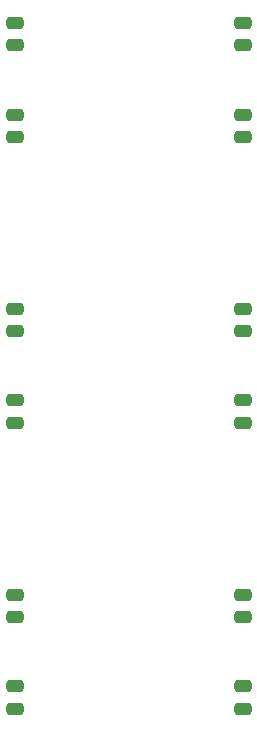
<source format=gbr>
%TF.GenerationSoftware,KiCad,Pcbnew,8.0.4*%
%TF.CreationDate,2024-09-15T22:50:30-03:00*%
%TF.ProjectId,panelized_TA65,70616e65-6c69-47a6-9564-5f544136352e,rev?*%
%TF.SameCoordinates,Original*%
%TF.FileFunction,Paste,Bot*%
%TF.FilePolarity,Positive*%
%FSLAX46Y46*%
G04 Gerber Fmt 4.6, Leading zero omitted, Abs format (unit mm)*
G04 Created by KiCad (PCBNEW 8.0.4) date 2024-09-15 22:50:30*
%MOMM*%
%LPD*%
G01*
G04 APERTURE LIST*
G04 Aperture macros list*
%AMRoundRect*
0 Rectangle with rounded corners*
0 $1 Rounding radius*
0 $2 $3 $4 $5 $6 $7 $8 $9 X,Y pos of 4 corners*
0 Add a 4 corners polygon primitive as box body*
4,1,4,$2,$3,$4,$5,$6,$7,$8,$9,$2,$3,0*
0 Add four circle primitives for the rounded corners*
1,1,$1+$1,$2,$3*
1,1,$1+$1,$4,$5*
1,1,$1+$1,$6,$7*
1,1,$1+$1,$8,$9*
0 Add four rect primitives between the rounded corners*
20,1,$1+$1,$2,$3,$4,$5,0*
20,1,$1+$1,$4,$5,$6,$7,0*
20,1,$1+$1,$6,$7,$8,$9,0*
20,1,$1+$1,$8,$9,$2,$3,0*%
G04 Aperture macros list end*
%ADD10RoundRect,0.250000X0.475000X-0.250000X0.475000X0.250000X-0.475000X0.250000X-0.475000X-0.250000X0*%
G04 APERTURE END LIST*
D10*
%TO.C,C2*%
X142750000Y-47650500D03*
X142750000Y-45750500D03*
%TD*%
%TO.C,C1*%
X162050000Y-64100500D03*
X162050000Y-62200500D03*
%TD*%
%TO.C,C2*%
X162050000Y-71850500D03*
X162050000Y-69950500D03*
%TD*%
%TO.C,C2*%
X162050000Y-96050500D03*
X162050000Y-94150500D03*
%TD*%
%TO.C,C2*%
X162050000Y-47650500D03*
X162050000Y-45750500D03*
%TD*%
%TO.C,C1*%
X142750000Y-39900500D03*
X142750000Y-38000500D03*
%TD*%
%TO.C,C2*%
X142750000Y-96050500D03*
X142750000Y-94150500D03*
%TD*%
%TO.C,C1*%
X142750000Y-88300500D03*
X142750000Y-86400500D03*
%TD*%
%TO.C,C2*%
X142750000Y-71850500D03*
X142750000Y-69950500D03*
%TD*%
%TO.C,C1*%
X162050000Y-39900500D03*
X162050000Y-38000500D03*
%TD*%
%TO.C,C1*%
X142750000Y-64100500D03*
X142750000Y-62200500D03*
%TD*%
%TO.C,C1*%
X162050000Y-88300500D03*
X162050000Y-86400500D03*
%TD*%
M02*

</source>
